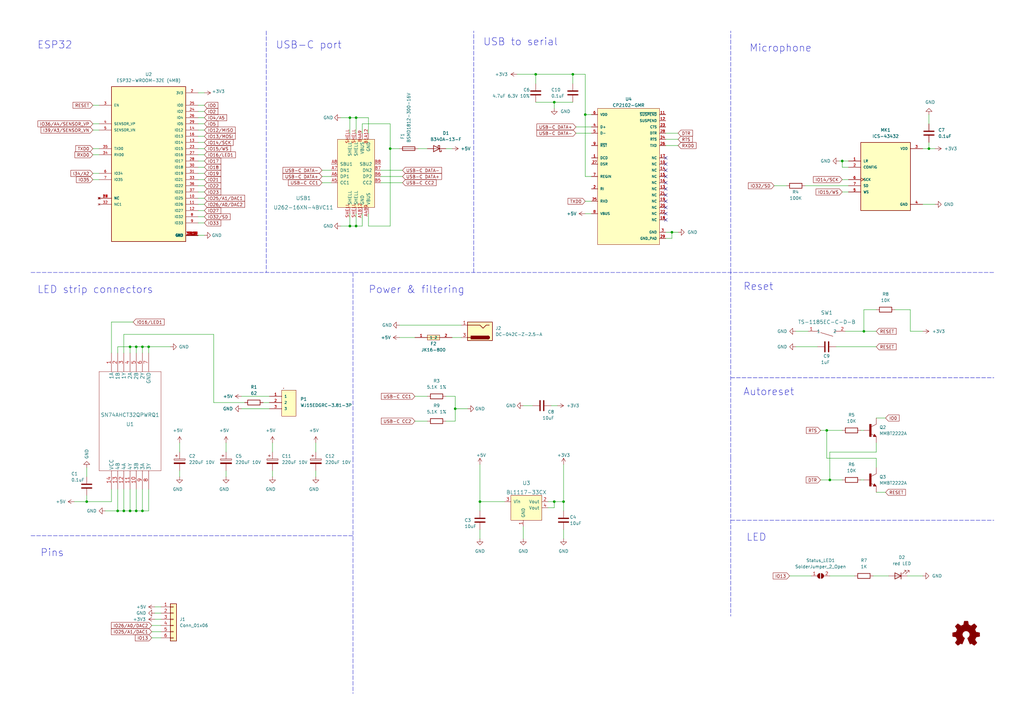
<source format=kicad_sch>
(kicad_sch (version 20211123) (generator eeschema)
  (paper "A3")
  (title_block (title "GlowCore Mini") (company "by glowingkitty"))
  (junction (at 160.02 60.96))
  (junction (at 227.33 41.91))
  (junction (at 53.34 142.24))
  (junction (at 60.96 142.24))
  (junction (at 55.88 142.24))
  (junction (at 345.44 66.04))
  (junction (at 35.56 205.74))
  (junction (at 340.36 196.85))
  (junction (at 227.33 205.74))
  (junction (at 146.05 92.71))
  (junction (at 58.42 209.55))
  (junction (at 231.14 205.74))
  (junction (at 339.09 176.53))
  (junction (at 53.34 209.55))
  (junction (at 143.51 48.26))
  (junction (at 354.33 135.89))
  (junction (at 219.71 30.48))
  (junction (at 143.51 92.71))
  (junction (at 50.8 209.55))
  (junction (at 196.85 205.74))
  (junction (at 48.26 209.55))
  (junction (at 234.95 30.48))
  (junction (at 146.05 48.26))
  (junction (at 275.59 95.25))
  (junction (at 58.42 142.24))
  (junction (at 381 60.96))
  (junction (at 55.88 209.55))
  (junction (at 186.69 167.64))
  (junction (at 240.03 46.99))
  (no_connect (at 273.05 64.77))
  (no_connect (at 273.05 67.31))
  (no_connect (at 273.05 74.93))
  (no_connect (at 273.05 69.85))
  (no_connect (at 273.05 72.39))
  (no_connect (at 273.05 85.09))
  (no_connect (at 273.05 77.47))
  (no_connect (at 273.05 87.63))
  (no_connect (at 273.05 82.55))
  (no_connect (at 273.05 80.01))
  (no_connect (at 273.05 90.17))
  (wire (pts (xy 38.1 60.96) (xy 40.64 60.96)))
  (wire (pts (xy 354.33 135.89) (xy 359.41 135.89)))
  (wire (pts (xy 340.36 196.85) (xy 345.44 196.85)))
  (wire (pts (xy 170.18 162.56) (xy 175.26 162.56)))
  (wire (pts (xy 48.26 144.78) (xy 48.26 142.24)))
  (wire (pts (xy 151.13 87.63) (xy 151.13 92.71)))
  (wire (pts (xy 347.98 68.58) (xy 345.44 68.58)))
  (wire (pts (xy 83.82 81.28) (xy 81.28 81.28)))
  (wire (pts (xy 381 60.96) (xy 383.54 60.96)))
  (polyline (pts (xy 144.78 111.76) (xy 144.78 187.96)))
  (wire (pts (xy 143.51 87.63) (xy 143.51 92.71)))
  (wire (pts (xy 48.26 200.66) (xy 48.26 209.55)))
  (wire (pts (xy 345.44 78.74) (xy 347.98 78.74)))
  (wire (pts (xy 378.46 60.96) (xy 381 60.96)))
  (wire (pts (xy 55.88 200.66) (xy 55.88 209.55)))
  (wire (pts (xy 53.34 142.24) (xy 53.34 144.78)))
  (wire (pts (xy 83.82 91.44) (xy 81.28 91.44)))
  (wire (pts (xy 63.5 248.92) (xy 66.04 248.92)))
  (wire (pts (xy 342.9 142.24) (xy 359.41 142.24)))
  (wire (pts (xy 60.96 209.55) (xy 58.42 209.55)))
  (polyline (pts (xy 194.31 111.76) (xy 194.31 12.7)))
  (wire (pts (xy 214.63 215.9) (xy 214.63 220.98)))
  (wire (pts (xy 151.13 92.71) (xy 160.02 92.71)))
  (wire (pts (xy 196.85 217.17) (xy 196.85 220.98)))
  (wire (pts (xy 73.66 181.61) (xy 73.66 185.42)))
  (wire (pts (xy 240.03 72.39) (xy 240.03 46.99)))
  (wire (pts (xy 353.06 196.85) (xy 354.33 196.85)))
  (wire (pts (xy 160.02 60.96) (xy 163.83 60.96)))
  (wire (pts (xy 339.09 176.53) (xy 345.44 176.53)))
  (wire (pts (xy 45.72 205.74) (xy 35.56 205.74)))
  (wire (pts (xy 83.82 60.96) (xy 81.28 60.96)))
  (wire (pts (xy 330.2 76.2) (xy 347.98 76.2)))
  (wire (pts (xy 148.59 50.8) (xy 160.02 50.8)))
  (wire (pts (xy 63.5 254) (xy 66.04 254)))
  (wire (pts (xy 359.41 181.61) (xy 359.41 185.42)))
  (wire (pts (xy 87.63 137.16) (xy 87.63 165.1)))
  (wire (pts (xy 146.05 87.63) (xy 146.05 92.71)))
  (wire (pts (xy 227.33 41.91) (xy 234.95 41.91)))
  (wire (pts (xy 196.85 205.74) (xy 207.01 205.74)))
  (wire (pts (xy 185.42 138.43) (xy 189.23 138.43)))
  (wire (pts (xy 160.02 50.8) (xy 160.02 60.96)))
  (wire (pts (xy 218.44 166.37) (xy 214.63 166.37)))
  (wire (pts (xy 129.54 181.61) (xy 129.54 185.42)))
  (wire (pts (xy 111.76 193.04) (xy 111.76 195.58)))
  (wire (pts (xy 83.82 50.8) (xy 81.28 50.8)))
  (wire (pts (xy 275.59 95.25) (xy 278.13 95.25)))
  (wire (pts (xy 156.21 74.93) (xy 165.1 74.93)))
  (wire (pts (xy 83.82 55.88) (xy 81.28 55.88)))
  (wire (pts (xy 182.88 162.56) (xy 186.69 162.56)))
  (wire (pts (xy 345.44 68.58) (xy 345.44 66.04)))
  (wire (pts (xy 139.7 48.26) (xy 143.51 48.26)))
  (wire (pts (xy 236.22 52.07) (xy 242.57 52.07)))
  (polyline (pts (xy 299.72 187.96) (xy 299.72 252.73)))
  (polyline (pts (xy 12.7 219.71) (xy 144.78 219.71)))
  (wire (pts (xy 240.03 46.99) (xy 242.57 46.99)))
  (wire (pts (xy 163.83 133.35) (xy 189.23 133.35)))
  (wire (pts (xy 35.56 191.77) (xy 35.56 195.58)))
  (wire (pts (xy 345.44 66.04) (xy 347.98 66.04)))
  (wire (pts (xy 273.05 57.15) (xy 278.13 57.15)))
  (wire (pts (xy 83.82 58.42) (xy 81.28 58.42)))
  (wire (pts (xy 58.42 142.24) (xy 58.42 144.78)))
  (wire (pts (xy 83.82 53.34) (xy 81.28 53.34)))
  (wire (pts (xy 83.82 86.36) (xy 81.28 86.36)))
  (wire (pts (xy 99.06 167.64) (xy 110.49 167.64)))
  (wire (pts (xy 148.59 87.63) (xy 148.59 92.71)))
  (wire (pts (xy 160.02 60.96) (xy 160.02 92.71)))
  (wire (pts (xy 83.82 43.18) (xy 81.28 43.18)))
  (polyline (pts (xy 299.72 187.96) (xy 299.72 111.76)))
  (wire (pts (xy 170.18 172.72) (xy 175.26 172.72)))
  (wire (pts (xy 340.36 236.22) (xy 350.52 236.22)))
  (wire (pts (xy 227.33 205.74) (xy 231.14 205.74)))
  (wire (pts (xy 53.34 209.55) (xy 50.8 209.55)))
  (wire (pts (xy 58.42 200.66) (xy 58.42 209.55)))
  (wire (pts (xy 219.71 30.48) (xy 234.95 30.48)))
  (wire (pts (xy 381 58.42) (xy 381 60.96)))
  (wire (pts (xy 38.1 63.5) (xy 40.64 63.5)))
  (wire (pts (xy 240.03 30.48) (xy 240.03 46.99)))
  (wire (pts (xy 227.33 41.91) (xy 227.33 44.45)))
  (wire (pts (xy 38.1 71.12) (xy 40.64 71.12)))
  (wire (pts (xy 354.33 127) (xy 354.33 135.89)))
  (wire (pts (xy 132.08 72.39) (xy 135.89 72.39)))
  (wire (pts (xy 273.05 95.25) (xy 275.59 95.25)))
  (wire (pts (xy 50.8 144.78) (xy 50.8 137.16)))
  (wire (pts (xy 129.54 193.04) (xy 129.54 195.58)))
  (wire (pts (xy 340.36 185.42) (xy 340.36 196.85)))
  (wire (pts (xy 219.71 30.48) (xy 219.71 34.29)))
  (wire (pts (xy 83.82 45.72) (xy 81.28 45.72)))
  (wire (pts (xy 219.71 41.91) (xy 227.33 41.91)))
  (polyline (pts (xy 12.7 111.76) (xy 407.67 111.76)))
  (wire (pts (xy 48.26 142.24) (xy 53.34 142.24)))
  (wire (pts (xy 340.36 185.42) (xy 359.41 185.42)))
  (wire (pts (xy 107.95 165.1) (xy 110.49 165.1)))
  (wire (pts (xy 111.76 181.61) (xy 111.76 185.42)))
  (wire (pts (xy 83.82 38.1) (xy 81.28 38.1)))
  (wire (pts (xy 135.89 74.93) (xy 132.08 74.93)))
  (wire (pts (xy 53.34 142.24) (xy 55.88 142.24)))
  (wire (pts (xy 186.69 167.64) (xy 186.69 172.72)))
  (wire (pts (xy 83.82 73.66) (xy 81.28 73.66)))
  (wire (pts (xy 273.05 97.79) (xy 275.59 97.79)))
  (wire (pts (xy 151.13 48.26) (xy 146.05 48.26)))
  (wire (pts (xy 132.08 69.85) (xy 135.89 69.85)))
  (wire (pts (xy 182.88 60.96) (xy 185.42 60.96)))
  (wire (pts (xy 45.72 132.08) (xy 45.72 144.78)))
  (wire (pts (xy 83.82 66.04) (xy 81.28 66.04)))
  (polyline (pts (xy 299.72 111.76) (xy 299.72 12.7)))
  (wire (pts (xy 182.88 172.72) (xy 186.69 172.72)))
  (wire (pts (xy 83.82 76.2) (xy 81.28 76.2)))
  (wire (pts (xy 234.95 30.48) (xy 240.03 30.48)))
  (wire (pts (xy 345.44 73.66) (xy 347.98 73.66)))
  (wire (pts (xy 92.71 193.04) (xy 92.71 195.58)))
  (wire (pts (xy 48.26 209.55) (xy 43.18 209.55)))
  (wire (pts (xy 171.45 60.96) (xy 175.26 60.96)))
  (wire (pts (xy 83.82 88.9) (xy 81.28 88.9)))
  (wire (pts (xy 62.23 261.62) (xy 66.04 261.62)))
  (wire (pts (xy 146.05 92.71) (xy 143.51 92.71)))
  (wire (pts (xy 63.5 251.46) (xy 66.04 251.46)))
  (wire (pts (xy 196.85 209.55) (xy 196.85 205.74)))
  (wire (pts (xy 83.82 68.58) (xy 81.28 68.58)))
  (wire (pts (xy 156.21 69.85) (xy 165.1 69.85)))
  (wire (pts (xy 363.22 171.45) (xy 359.41 171.45)))
  (wire (pts (xy 143.51 92.71) (xy 139.7 92.71)))
  (wire (pts (xy 381 46.99) (xy 381 50.8)))
  (wire (pts (xy 186.69 162.56) (xy 186.69 167.64)))
  (wire (pts (xy 323.85 236.22) (xy 332.74 236.22)))
  (wire (pts (xy 55.88 142.24) (xy 58.42 142.24)))
  (wire (pts (xy 224.79 205.74) (xy 227.33 205.74)))
  (wire (pts (xy 336.55 176.53) (xy 339.09 176.53)))
  (wire (pts (xy 378.46 83.82) (xy 383.54 83.82)))
  (wire (pts (xy 58.42 142.24) (xy 60.96 142.24)))
  (wire (pts (xy 373.38 135.89) (xy 378.46 135.89)))
  (wire (pts (xy 83.82 48.26) (xy 81.28 48.26)))
  (wire (pts (xy 367.03 127) (xy 373.38 127)))
  (wire (pts (xy 54.61 132.08) (xy 45.72 132.08)))
  (wire (pts (xy 163.83 138.43) (xy 170.18 138.43)))
  (wire (pts (xy 240.03 87.63) (xy 242.57 87.63)))
  (wire (pts (xy 60.96 200.66) (xy 60.96 209.55)))
  (wire (pts (xy 363.22 201.93) (xy 359.41 201.93)))
  (polyline (pts (xy 144.78 187.96) (xy 144.78 284.48)))
  (wire (pts (xy 83.82 63.5) (xy 81.28 63.5)))
  (wire (pts (xy 156.21 72.39) (xy 165.1 72.39)))
  (wire (pts (xy 359.41 191.77) (xy 359.41 187.96)))
  (wire (pts (xy 240.03 82.55) (xy 242.57 82.55)))
  (wire (pts (xy 55.88 209.55) (xy 53.34 209.55)))
  (wire (pts (xy 62.23 256.54) (xy 66.04 256.54)))
  (wire (pts (xy 231.14 205.74) (xy 231.14 209.55)))
  (wire (pts (xy 38.1 43.18) (xy 40.64 43.18)))
  (wire (pts (xy 236.22 54.61) (xy 242.57 54.61)))
  (polyline (pts (xy 299.72 154.94) (xy 407.67 154.94)))
  (wire (pts (xy 99.06 162.56) (xy 110.49 162.56)))
  (wire (pts (xy 62.23 259.08) (xy 66.04 259.08)))
  (wire (pts (xy 353.06 176.53) (xy 354.33 176.53)))
  (wire (pts (xy 50.8 200.66) (xy 50.8 209.55)))
  (wire (pts (xy 38.1 73.66) (xy 40.64 73.66)))
  (wire (pts (xy 87.63 165.1) (xy 100.33 165.1)))
  (wire (pts (xy 38.1 50.8) (xy 40.64 50.8)))
  (wire (pts (xy 196.85 190.5) (xy 196.85 205.74)))
  (wire (pts (xy 344.17 66.04) (xy 345.44 66.04)))
  (wire (pts (xy 83.82 96.52) (xy 81.28 96.52)))
  (wire (pts (xy 73.66 193.04) (xy 73.66 195.58)))
  (wire (pts (xy 336.55 196.85) (xy 340.36 196.85)))
  (wire (pts (xy 275.59 97.79) (xy 275.59 95.25)))
  (wire (pts (xy 358.14 236.22) (xy 364.49 236.22)))
  (wire (pts (xy 83.82 83.82) (xy 81.28 83.82)))
  (wire (pts (xy 58.42 209.55) (xy 55.88 209.55)))
  (wire (pts (xy 146.05 48.26) (xy 143.51 48.26)))
  (wire (pts (xy 45.72 200.66) (xy 45.72 205.74)))
  (wire (pts (xy 50.8 209.55) (xy 48.26 209.55)))
  (wire (pts (xy 38.1 53.34) (xy 40.64 53.34)))
  (wire (pts (xy 148.59 92.71) (xy 146.05 92.71)))
  (wire (pts (xy 35.56 203.2) (xy 35.56 205.74)))
  (wire (pts (xy 83.82 71.12) (xy 81.28 71.12)))
  (wire (pts (xy 228.6 166.37) (xy 226.06 166.37)))
  (wire (pts (xy 212.09 30.48) (xy 219.71 30.48)))
  (wire (pts (xy 227.33 208.28) (xy 227.33 205.74)))
  (wire (pts (xy 92.71 181.61) (xy 92.71 185.42)))
  (wire (pts (xy 373.38 127) (xy 373.38 135.89)))
  (wire (pts (xy 242.57 72.39) (xy 240.03 72.39)))
  (wire (pts (xy 148.59 54.61) (xy 148.59 50.8)))
  (wire (pts (xy 83.82 78.74) (xy 81.28 78.74)))
  (wire (pts (xy 143.51 48.26) (xy 143.51 54.61)))
  (wire (pts (xy 359.41 127) (xy 354.33 127)))
  (wire (pts (xy 231.14 217.17) (xy 231.14 220.98)))
  (wire (pts (xy 273.05 59.69) (xy 278.13 59.69)))
  (polyline (pts (xy 299.72 213.36) (xy 407.67 213.36)))
  (polyline (pts (xy 109.22 12.7) (xy 109.22 111.76)))
  (wire (pts (xy 69.85 142.24) (xy 60.96 142.24)))
  (wire (pts (xy 224.79 208.28) (xy 227.33 208.28)))
  (wire (pts (xy 339.09 187.96) (xy 339.09 176.53)))
  (wire (pts (xy 326.39 142.24) (xy 335.28 142.24)))
  (wire (pts (xy 60.96 142.24) (xy 60.96 144.78)))
  (wire (pts (xy 231.14 190.5) (xy 231.14 205.74)))
  (wire (pts (xy 55.88 144.78) (xy 55.88 142.24)))
  (wire (pts (xy 35.56 205.74) (xy 30.48 205.74)))
  (wire (pts (xy 273.05 54.61) (xy 278.13 54.61)))
  (wire (pts (xy 317.5 76.2) (xy 322.58 76.2)))
  (wire (pts (xy 186.69 167.64) (xy 191.77 167.64)))
  (wire (pts (xy 146.05 54.61) (xy 146.05 48.26)))
  (wire (pts (xy 50.8 137.16) (xy 87.63 137.16)))
  (wire (pts (xy 326.39 135.89) (xy 331.47 135.89)))
  (wire (pts (xy 372.11 236.22) (xy 378.46 236.22)))
  (wire (pts (xy 53.34 200.66) (xy 53.34 209.55)))
  (wire (pts (xy 234.95 30.48) (xy 234.95 34.29)))
  (wire (pts (xy 359.41 187.96) (xy 339.09 187.96)))
  (wire (pts (xy 151.13 54.61) (xy 151.13 48.26)))
  (wire (pts (xy 346.71 135.89) (xy 354.33 135.89)))
  (text "Microphone" (at 307.34 21.59 0) (effects (font (size 3 3)) (justify left bottom)))
  (text "ESP32" (at 15.24 20.32 0) (effects (font (size 3 3)) (justify left bottom)))
  (text "Power & filtering" (at 151.13 120.65 0) (effects (font (size 3 3)) (justify left bottom)))
  (text "Pins" (at 16.51 228.6 0) (effects (font (size 3 3)) (justify left bottom)))
  (text "LED" (at 306.07 222.25 0) (effects (font (size 3 3)) (justify left bottom)))
  (text "LED strip connectors" (at 15.24 120.6499 0) (effects (font (size 3 3)) (justify left bottom)))
  (text "Autoreset" (at 304.8 162.56 0) (effects (font (size 3 3)) (justify left bottom)))
  (text "Reset" (at 304.8 119.38 0) (effects (font (size 3 3)) (justify left bottom)))
  (text "USB-C port" (at 113.03 20.32 0) (effects (font (size 3 3)) (justify left bottom)))
  (text "USB to serial" (at 198.12 19.05 0) (effects (font (size 3 3)) (justify left bottom)))
  (global_label "USB-C CC1" (shape input) (at 132.08 74.93 180) (property "Intersheet References" "${INTERSHEET_REFS}" (effects hide)))
  (global_label "USB-C DATA-" (shape input) (at 236.22 54.61 180) (property "Intersheet References" "${INTERSHEET_REFS}" (effects hide)))
  (global_label "IO26{slash}A0{slash}DAC2" (shape input) (at 62.23 256.54 180) (property "Intersheet References" "${INTERSHEET_REFS}" (effects hide)))
  (global_label "IO21" (shape input) (at 83.82 73.66 0) (property "Intersheet References" "${INTERSHEET_REFS}" (effects hide)))
  (global_label "I34{slash}A2" (shape input) (at 38.1 71.12 180) (property "Intersheet References" "${INTERSHEET_REFS}" (effects hide)))
  (global_label "RESET" (shape input) (at 359.41 142.24 0) (property "Intersheet References" "${INTERSHEET_REFS}" (effects hide)))
  (global_label "IO15{slash}WS" (shape input) (at 345.44 78.74 180) (property "Intersheet References" "${INTERSHEET_REFS}" (effects hide)))
  (global_label "IO25{slash}A1{slash}DAC1" (shape input) (at 62.23 259.08 180) (property "Intersheet References" "${INTERSHEET_REFS}" (effects hide)))
  (global_label "IO27" (shape input) (at 83.82 86.36 0) (property "Intersheet References" "${INTERSHEET_REFS}" (effects hide)))
  (global_label "USB-C DATA+" (shape input) (at 165.1 72.39 0) (property "Intersheet References" "${INTERSHEET_REFS}" (effects hide)))
  (global_label "IO14{slash}SCK" (shape input) (at 83.82 58.42 0) (property "Intersheet References" "${INTERSHEET_REFS}" (effects hide)))
  (global_label "IO25{slash}A1{slash}DAC1" (shape input) (at 83.82 81.28 0) (property "Intersheet References" "${INTERSHEET_REFS}" (effects hide)))
  (global_label "IO35" (shape input) (at 38.1 73.66 180) (property "Intersheet References" "${INTERSHEET_REFS}" (effects hide)))
  (global_label "USB-C CC2" (shape input) (at 170.18 172.72 180) (property "Intersheet References" "${INTERSHEET_REFS}" (effects hide)))
  (global_label "IO22" (shape input) (at 83.82 76.2 0) (property "Intersheet References" "${INTERSHEET_REFS}" (effects hide)))
  (global_label "IO14{slash}SCK" (shape input) (at 345.44 73.66 180) (property "Intersheet References" "${INTERSHEET_REFS}" (effects hide)))
  (global_label "IO15{slash}WS" (shape input) (at 83.82 60.96 0) (property "Intersheet References" "${INTERSHEET_REFS}" (effects hide)))
  (global_label "RESET" (shape input) (at 359.41 135.89 0) (property "Intersheet References" "${INTERSHEET_REFS}" (effects hide)))
  (global_label "IO23" (shape input) (at 83.82 78.74 0) (property "Intersheet References" "${INTERSHEET_REFS}" (effects hide)))
  (global_label "IO0" (shape input) (at 83.82 43.18 0) (property "Intersheet References" "${INTERSHEET_REFS}" (effects hide)))
  (global_label "IO18" (shape input) (at 83.82 68.58 0) (property "Intersheet References" "${INTERSHEET_REFS}" (effects hide)))
  (global_label "IO16{slash}LED1" (shape input) (at 83.82 63.5 0) (property "Intersheet References" "${INTERSHEET_REFS}" (effects hide)))
  (global_label "USB-C CC2" (shape input) (at 165.1 74.93 0) (property "Intersheet References" "${INTERSHEET_REFS}" (effects hide)))
  (global_label "IO13" (shape input) (at 62.23 261.62 180) (property "Intersheet References" "${INTERSHEET_REFS}" (effects hide)))
  (global_label "IO12{slash}MISO" (shape input) (at 83.82 53.34 0) (property "Intersheet References" "${INTERSHEET_REFS}" (effects hide)))
  (global_label "DTR" (shape input) (at 278.13 54.61 0) (property "Intersheet References" "${INTERSHEET_REFS}" (effects hide)))
  (global_label "IO0" (shape input) (at 363.22 171.45 0) (property "Intersheet References" "${INTERSHEET_REFS}" (effects hide)))
  (global_label "USB-C DATA-" (shape input) (at 165.1 69.85 0) (property "Intersheet References" "${INTERSHEET_REFS}" (effects hide)))
  (global_label "DTR" (shape input) (at 336.55 196.85 180) (property "Intersheet References" "${INTERSHEET_REFS}" (effects hide)))
  (global_label "IO32{slash}SD" (shape input) (at 317.5 76.2 180) (property "Intersheet References" "${INTERSHEET_REFS}" (effects hide)))
  (global_label "RXD0" (shape input) (at 278.13 59.69 0) (property "Intersheet References" "${INTERSHEET_REFS}" (effects hide)))
  (global_label "IO13" (shape input) (at 323.85 236.22 180) (property "Intersheet References" "${INTERSHEET_REFS}" (effects hide)))
  (global_label "USB-C CC1" (shape input) (at 170.18 162.56 180) (property "Intersheet References" "${INTERSHEET_REFS}" (effects hide)))
  (global_label "IO2" (shape input) (at 83.82 45.72 0) (property "Intersheet References" "${INTERSHEET_REFS}" (effects hide)))
  (global_label "RESET" (shape input) (at 363.22 201.93 0) (property "Intersheet References" "${INTERSHEET_REFS}" (effects hide)))
  (global_label "IO4{slash}A5" (shape input) (at 83.82 48.26 0) (property "Intersheet References" "${INTERSHEET_REFS}" (effects hide)))
  (global_label "IO5" (shape input) (at 83.82 50.8 0) (property "Intersheet References" "${INTERSHEET_REFS}" (effects hide)))
  (global_label "IO26{slash}A0{slash}DAC2" (shape input) (at 83.82 83.82 0) (property "Intersheet References" "${INTERSHEET_REFS}" (effects hide)))
  (global_label "USB-C DATA-" (shape input) (at 132.08 69.85 180) (property "Intersheet References" "${INTERSHEET_REFS}" (effects hide)))
  (global_label "IO33" (shape input) (at 83.82 91.44 0) (property "Intersheet References" "${INTERSHEET_REFS}" (effects hide)))
  (global_label "I39{slash}A3{slash}SENSOR_VN" (shape input) (at 38.1 53.34 180) (property "Intersheet References" "${INTERSHEET_REFS}" (effects hide)))
  (global_label "IO32{slash}SD" (shape input) (at 83.82 88.9 0) (property "Intersheet References" "${INTERSHEET_REFS}" (effects hide)))
  (global_label "RTS" (shape input) (at 336.55 176.53 180) (property "Intersheet References" "${INTERSHEET_REFS}" (effects hide)))
  (global_label "IO19" (shape input) (at 83.82 71.12 0) (property "Intersheet References" "${INTERSHEET_REFS}" (effects hide)))
  (global_label "TXD0" (shape input) (at 240.03 82.55 180) (property "Intersheet References" "${INTERSHEET_REFS}" (effects hide)))
  (global_label "IO17" (shape input) (at 83.82 66.04 0) (property "Intersheet References" "${INTERSHEET_REFS}" (effects hide)))
  (global_label "RESET" (shape input) (at 38.1 43.18 180) (property "Intersheet References" "${INTERSHEET_REFS}" (effects hide)))
  (global_label "TXD0" (shape input) (at 38.1 60.96 180) (property "Intersheet References" "${INTERSHEET_REFS}" (effects hide)))
  (global_label "IO13{slash}MOSI" (shape input) (at 83.82 55.88 0) (property "Intersheet References" "${INTERSHEET_REFS}" (effects hide)))
  (global_label "IO16{slash}LED1" (shape input) (at 54.61 132.08 0) (property "Intersheet References" "${INTERSHEET_REFS}" (effects hide)))
  (global_label "IO36{slash}A4{slash}SENSOR_VP" (shape input) (at 38.1 50.8 180) (property "Intersheet References" "${INTERSHEET_REFS}" (effects hide)))
  (global_label "RXD0" (shape input) (at 38.1 63.5 180) (property "Intersheet References" "${INTERSHEET_REFS}" (effects hide)))
  (global_label "USB-C DATA+" (shape input) (at 132.08 72.39 180) (property "Intersheet References" "${INTERSHEET_REFS}" (effects hide)))
  (global_label "USB-C DATA+" (shape input) (at 236.22 52.07 180) (property "Intersheet References" "${INTERSHEET_REFS}" (effects hide)))
  (global_label "RTS" (shape input) (at 278.13 57.15 0) (property "Intersheet References" "${INTERSHEET_REFS}" (effects hide)))
  (symbol (lib_id "Graphic:Logo_Open_Hardware_Small") (at 396.24 260.35 0) (unit 1)
    (property "Reference" "#LOGO1" (effects hide))
    (property "Value" "Logo_Open_Hardware_Small" (effects hide))
    (property "Footprint" "Symbol:OSHW-Symbol_6.7x6mm_SilkScreen" (effects hide))
  )
  (symbol (lib_id "Device:red LED 0603") (at 368.3 236.22 180) (unit 1)
    (property "Reference" "D2" (at 369.8875 228.6 0))
    (property "Value" "red LED" (at 369.8875 231.14 0))
    (property "Footprint" "LED_SMD:LED_0603_1608Metric_Pad1.05x0.95mm_HandSolder" (effects hide))
    (property "Datasheet" "https://datasheet.lcsc.com/lcsc/1811101510_Everlight-Elec-19-217-R6C-AL1M2VY-3T_C72044.pdf" (effects hide))
    (property "Manufacturer" " Everlight Elec" (effects hide))
    (property "Mfr. Part #" "19-217/R6C-AL1M2VY/3T" (effects hide))
    (property "Package" "0603" (effects hide))
    (property "Description" "5mA 28.5mcd 2.2V 632nm Colorless transparence -40℃~+85℃ 617.5nm~633.5nm Red 120° 60mW 0603 Light Emitting Diodes (LED) ROHS" (effects hide))
    (property "50+" "€0.0166" (effects hide))
    (property "500+" "€0.0141" (effects hide))
    (property "LCSC link" "https://lcsc.com/product-detail/Light-Emitting-Diodes-LED_Everlight-Elec-19-217-R6C-AL1M2VY-3T_C72044.html" (effects hide))
    (property "LCSC Part #" "C72044" (effects hide))
  )
  (symbol (lib_id "Device:0.1uF_0603") (at 35.56 199.39 0) (unit 1)
    (property "Reference" "C1" (at 29.21 194.31 0) (effects (justify left)))
    (property "Value" "0.1uF" (at 29.21 196.85 0) (effects (justify left)))
    (property "Footprint" "Capacitor_SMD:C_0603_1608Metric_Pad1.08x0.95mm_HandSolder" (effects hide))
    (property "Datasheet" "https://datasheet.lcsc.com/lcsc/2006111737_AVX-06035C104K4Z2A_C597194.pdf" (effects hide))
    (property "Manufacturer" " AVX" (effects hide))
    (property "Mfr. Part # " "06035C104K4Z2A" (effects hide))
    (property "LCSC Part #" "C597194" (effects hide))
    (property "Package" "0603" (effects hide))
    (property "Description" "50V 100nF X7R ±10% 0603 Multilayer Ceramic Capacitors MLCC - SMD/SMT ROHS" (effects hide))
    (property "50+" "€0.0171" (effects hide))
    (property "500+" "€0.0141" (effects hide))
    (property "1500+" "€0.0119" (effects hide))
    (property "LCSC link" "https://lcsc.com/product-detail/Multilayer-Ceramic-Capacitors-MLCC-SMD-SMT_AVX-06035C104K4Z2A_C597194.html" (effects hide))
  )
  (symbol (lib_id "MMBT2222A:MMBT2222A") (at 356.87 196.85 0) (unit 1)
    (property "Reference" "Q3" (at 360.68 195.5799 0) (effects (justify left)))
    (property "Value" "MMBT2222A" (at 360.68 198.1199 0) (effects (justify left)))
    (property "Footprint" "Package_TO_SOT_SMD:SOT-23" (effects hide))
    (property "Datasheet" "https://datasheet.lcsc.com/lcsc/2110111830_UMW-Youtai-Semiconductor-Co---Ltd--MMBT2222A_C545537.pdf" (effects hide))
    (property "Manufacturer" " UMW(Youtai Semiconductor Co., Ltd.)" (effects hide))
    (property "Mfr. Part #" "MMBT2222A" (effects hide))
    (property "Package" "SOT-23-3" (effects hide))
    (property "Description" "40V 300mW 600mA 300MHz 1V@500mA,50mA NPN +150℃@(Tj) SOT-23-3 Bipolar Transistors - BJT ROHS" (effects hide))
    (property "20+" "€0.0207" (effects hide))
    (property "200+" "€0.017" (effects hide))
    (property "600+" "€0.0144" (effects hide))
    (property "LCSC link" "https://lcsc.com/product-detail/Bipolar-Transistors-BJT_UMW-Youtai-Semiconductor-Co-Ltd-MMBT2222A_C545537.html" (effects hide))
    (property "LCSC Part #" "C545537" (effects hide))
  )
  (symbol (lib_id "power:+5V") (at 185.42 60.96 270) (unit 1)
    (property "Reference" "#PWR0120" (effects hide))
    (property "Value" "+5V" (at 193.04 60.96 90) (effects (justify right)))
  )
  (symbol (lib_id "JK16-800:JK16-800") (at 152.4 138.43 0) (unit 1)
    (property "Reference" "F2" (at 177.8 140.97 0))
    (property "Value" "JK16-800" (at 177.8 143.51 0))
    (property "Footprint" "JK16-800:JK16-800" (effects hide))
    (property "Datasheet" "https://datasheet.lcsc.com/lcsc/1912111437_Jinrui-Electronic-Materials-Co--JK16-800_C369120.pdf" (effects hide))
  )
  (symbol (lib_id "power:GND") (at 278.13 95.25 90) (unit 1)
    (property "Reference" "#PWR0114" (effects hide))
    (property "Value" "GND" (at 281.94 95.25 90) (effects (justify right)))
  )
  (symbol (lib_id "power:GND") (at 99.06 167.64 270) (mirror x) (unit 1)
    (property "Reference" "#PWR0111" (effects hide))
    (property "Value" "GND" (at 91.44 167.64 90) (effects (justify left)))
  )
  (symbol (lib_id "power:GND") (at 326.39 135.89 270) (mirror x) (unit 1)
    (property "Reference" "#PWR0131" (effects hide))
    (property "Value" "GND" (at 318.77 135.89 90) (effects (justify left)))
  )
  (symbol (lib_id "power:+3.3V") (at 378.46 135.89 270) (unit 1)
    (property "Reference" "#PWR0133" (effects hide))
    (property "Value" "+3.3V" (at 382.27 135.8899 90) (effects (justify left)))
  )
  (symbol (lib_id "power:+3.3V") (at 212.09 30.48 90) (unit 1)
    (property "Reference" "#PWR0101" (effects hide))
    (property "Value" "+3.3V" (at 208.28 30.4801 90) (effects (justify left)))
  )
  (symbol (lib_id "power:GND") (at 73.66 195.58 0) (mirror y) (unit 1)
    (property "Reference" "#PWR0112" (effects hide))
    (property "Value" "GND" (at 74.93 200.66 0) (effects (justify left)))
  )
  (symbol (lib_id "power:+5V") (at 163.83 138.43 90) (unit 1)
    (property "Reference" "#PWR0123" (effects hide))
    (property "Value" "+5V" (at 156.21 138.43 90) (effects (justify right)))
  )
  (symbol (lib_id "CP2102-GMR:CP2102-GMR") (at 240.03 46.99 0) (unit 1)
    (property "Reference" "U4" (at 257.81 40.64 0))
    (property "Value" "CP2102-GMR" (at 257.81 43.18 0))
    (property "Footprint" "CP2102-GMR:CP2102-GMR" (effects hide))
    (property "Datasheet" "http://www.silabs.com/Support%20Documents/TechnicalDocs/CP2102-9.pdf" (effects hide))
    (property "category" "IC" (effects hide))
    (property "digikey description" "USB Bridge, USB to UART USB 2.0 UART Interface 28-QFN (5x5)" (effects hide))
    (property "digikey part number" "336-1160-1-ND" (effects hide))
    (property "ipc land pattern name" "QFN50P500X500X90-28" (effects hide))
    (property "lead free" "yes" (effects hide))
    (property "library id" "244ffd22015a3661" (effects hide))
    (property "manufacturer" "Silicon Laboratories" (effects hide))
    (property "mouser part number" "634-CP2102-GMR" (effects hide))
    (property "num pins" "29" (effects hide))
    (property "package" "QFN-28" (effects hide))
    (property "rohs" "yes" (effects hide))
    (property "temperature range high" "+85°C" (effects hide))
    (property "temperature range low" "-40°C" (effects hide))
    (property "type" "IC " (effects hide))
  )
  (symbol (lib_id "power:GND") (at 35.56 191.77 0) (mirror x) (unit 1)
    (property "Reference" "#PWR0107" (effects hide))
    (property "Value" "GND" (at 35.56 184.15 90) (effects (justify left)))
  )
  (symbol (lib_id "Device:Fuse") (at 167.64 60.96 90) (unit 1)
    (property "Reference" "F1" (at 165.1 55.88 0))
    (property "Value" "BSMD1812-300-16V" (at 167.64 48.26 0))
    (property "Footprint" "Fuse:Fuse_1812_4532Metric_Pad1.30x3.40mm_HandSolder" (effects hide))
  )
  (symbol (lib_id "power:+3.3V") (at 383.54 60.96 270) (unit 1)
    (property "Reference" "#PWR0128" (effects hide))
    (property "Value" "+3.3V" (at 389.89 60.96 90))
  )
  (symbol (lib_id "power:GND") (at 378.46 236.22 90) (unit 1)
    (property "Reference" "#PWR0132" (effects hide))
    (property "Value" "GND" (at 382.27 236.2199 90) (effects (justify right)))
  )
  (symbol (lib_id "power:GND") (at 231.14 220.98 0) (unit 1)
    (property "Reference" "#PWR0118" (effects hide))
    (property "Value" "GND" (at 231.14 226.06 0))
  )
  (symbol (lib_id "Device:220uF 10V 6.3x5.4mm") (at 111.76 189.23 0) (unit 1)
    (property "Reference" "C11" (at 115.57 187.0709 0) (effects (justify left)))
    (property "Value" "220uF 10V" (at 115.57 189.6109 0) (effects (justify left)))
    (property "Footprint" "Capacitor_SMD:CP_Elec_6.3x5.4" (effects hide))
    (property "Datasheet" "https://datasheet.lcsc.com/lcsc/2010160533_ROQANG-RT1A221M0605_C267466.pdf" (effects hide))
    (property "Manufacturer" "ROQANG" (effects hide))
    (property "Mfr. Part #" "RT1A221M0605" (effects hide))
    (property "LCSC Part #" "C267466" (effects hide))
    (property "Package" " SMD,6.3x5.4mm" (effects hide))
    (property "Description" " -40℃~+105℃ 2000hrs@105℃ 220uF 5.4mm 10V 6.3mm ±20% SMD,6.3x5.4mm Aluminum Electrolytic Capacitors - SMD ROHS" (effects hide))
    (property "10+" "€0.0408" (effects hide))
    (property "100+" "€0.0342" (effects hide))
    (property "300+" "€0.0293" (effects hide))
    (property "LCSC link" "https://lcsc.com/product-detail/Aluminum-Electrolytic-Capacitors-SMD_ROQANG-RT1A221M0605_C267466.html" (effects hide))
    (property "20+" "€0.0346" (effects hide))
    (property "200+" "€0.0283" (effects hide))
  )
  (symbol (lib_id "Device:220uF 10V 6.3x5.4mm") (at 129.54 189.23 0) (unit 1)
    (property "Reference" "C12" (at 133.35 187.0709 0) (effects (justify left)))
    (property "Value" "220uF 10V" (at 133.35 189.6109 0) (effects (justify left)))
    (property "Footprint" "Capacitor_SMD:CP_Elec_6.3x5.4" (effects hide))
    (property "Datasheet" "https://datasheet.lcsc.com/lcsc/2010160533_ROQANG-RT1A221M0605_C267466.pdf" (effects hide))
    (property "Manufacturer" "ROQANG" (effects hide))
    (property "Mfr. Part #" "RT1A221M0605" (effects hide))
    (property "LCSC Part #" "C267466" (effects hide))
    (property "Package" " SMD,6.3x5.4mm" (effects hide))
    (property "Description" " -40℃~+105℃ 2000hrs@105℃ 220uF 5.4mm 10V 6.3mm ±20% SMD,6.3x5.4mm Aluminum Electrolytic Capacitors - SMD ROHS" (effects hide))
    (property "10+" "€0.0408" (effects hide))
    (property "100+" "€0.0342" (effects hide))
    (property "300+" "€0.0293" (effects hide))
    (property "LCSC link" "https://lcsc.com/product-detail/Aluminum-Electrolytic-Capacitors-SMD_ROQANG-RT1A221M0605_C267466.html" (effects hide))
    (property "20+" "€0.0346" (effects hide))
    (property "200+" "€0.0283" (effects hide))
  )
  (symbol (lib_id "power:+5V") (at 99.06 162.56 90) (unit 1)
    (property "Reference" "#PWR0110" (effects hide))
    (property "Value" "+5V" (at 91.44 162.56 90) (effects (justify right)))
  )
  (symbol (lib_id "power:GND") (at 196.85 220.98 0) (unit 1)
    (property "Reference" "#PWR0119" (effects hide))
    (property "Value" "GND" (at 196.85 226.06 0))
  )
  (symbol (lib_id "power:+5V") (at 30.48 205.74 90) (unit 1)
    (property "Reference" "#PWR0108" (effects hide))
    (property "Value" "+5V" (at 22.86 205.74 90) (effects (justify right)))
  )
  (symbol (lib_id "WJ15EDGRC:WJ15EDGRC-3.81-3P") (at 90.17 160.02 0) (unit 1)
    (property "Reference" "P1" (at 123.19 163.6902 0) (effects (justify left)))
    (property "Value" "WJ15EDGRC-3.81-3P" (at 123.19 166.2302 0) (effects (justify left)))
    (property "Footprint" "WJ15EDGRC:WJ15EDGRC-3.81-3P" (effects hide))
    (property "Datasheet" "https://datasheet.lcsc.com/lcsc/1912251633_Ningbo-Kangnex-Elec-WJ15EDGRC-3-81-3P_C8406.pdf" (effects hide))
  )
  (symbol (lib_id "power:GND") (at 139.7 48.26 270) (unit 1)
    (property "Reference" "#PWR0138" (effects hide))
    (property "Value" "GND" (at 134.62 48.26 90))
  )
  (symbol (lib_id "Device:10uF 0603") (at 231.14 213.36 180) (unit 1)
    (property "Reference" "C4" (at 233.68 212.09 0) (effects (justify right)))
    (property "Value" "10uF" (at 233.68 214.63 0) (effects (justify right)))
    (property "Footprint" "Capacitor_SMD:C_0603_1608Metric_Pad1.08x0.95mm_HandSolder" (effects hide))
    (property "Datasheet" "https://datasheet.lcsc.com/lcsc/2010151208_SANYEAR-C0603X5R106K250NT_C729457.pdf" (effects hide))
    (property "Manufacturer" "SANYEAR" (effects hide))
    (property "LCSC Part #" "C729457" (effects hide))
    (property "Package" "0603" (effects hide))
    (property "Description" "25V 10uF ±10% 0603 Multilayer Ceramic Capacitors MLCC - SMD/SMT ROHS" (effects hide))
    (property "20+" "€0.0301" (effects hide))
    (property "200+" "€0.0246" (effects hide))
    (property "600+" "€0.0208" (effects hide))
    (property "LCSC link" "https://lcsc.com/product-detail/Multilayer-Ceramic-Capacitors-MLCC-SMD-SMT_SANYEAR-C0603X5R106K250NT_C729457.html" (effects hide))
    (property "Mfr. Part #" "C0603X5R106K250NT" (effects hide))
    (property "10+" "€0.0665" (effects hide))
    (property "100+" "€0.0537" (effects hide))
    (property "300+" "€0.0445" (effects hide))
  )
  (symbol (lib_id "Device:1K_0603") (at 354.33 236.22 90) (unit 1)
    (property "Reference" "R7" (at 354.33 229.87 90))
    (property "Value" "1K" (at 354.33 232.41 90))
    (property "Footprint" "Resistor_SMD:R_0603_1608Metric_Pad0.98x0.95mm_HandSolder" (effects hide))
    (property "Datasheet" "https://datasheet.lcsc.com/lcsc/1811011704_FH-Guangdong-Fenghua-Advanced-Tech-RS-03K1001FT_C115325.pdf" (effects hide))
    (property "Manufacturer" "FH(Guangdong Fenghua Advanced Tech)" (effects hide))
    (property "Mfr. Part #" "RS-03K1001FT" (effects hide))
    (property "LCSC Part #" "C115325" (effects hide))
    (property "Package" "0603" (effects hide))
    (property "Description" " ±1% 100mW 50V ±100ppm/℃ -55℃~+155℃ 1kΩ 0603 Chip Resistor - Surface Mount ROHS" (effects hide))
    (property "100+" "€0.0012" (effects hide))
    (property "1000+" "€0.001" (effects hide))
    (property "LCSC link" "https://lcsc.com/product-detail/Chip-Resistor-Surface-Mount_FH-Guangdong-Fenghua-Advanced-Tech-RS-03K1001FT_C115325.html" (effects hide))
  )
  (symbol (lib_id "power:+3.3V") (at 228.6 166.37 270) (unit 1)
    (property "Reference" "#PWR0124" (effects hide))
    (property "Value" "+3.3V" (at 234.95 166.37 90))
  )
  (symbol (lib_id "power:GND") (at 139.7 92.71 270) (unit 1)
    (property "Reference" "#PWR0103" (effects hide))
    (property "Value" "GND" (at 134.62 92.71 90))
  )
  (symbol (lib_id "power:+3.3V") (at 83.82 38.1 270) (unit 1)
    (property "Reference" "#PWR0104" (effects hide))
    (property "Value" "+3.3V" (at 89.535 37.465 90))
  )
  (symbol (lib_id "Device:100K 0603") (at 326.39 76.2 90) (unit 1)
    (property "Reference" "R4" (at 327.66 78.74 90) (effects (justify left)))
    (property "Value" "100K" (at 328.93 81.28 90) (effects (justify left)))
    (property "Footprint" "Resistor_SMD:R_0603_1608Metric_Pad0.98x0.95mm_HandSolder" (effects hide))
    (property "Datasheet" "https://datasheet.lcsc.com/lcsc/2110260030_UNI-ROYAL-Uniroyal-Elec-0603WAF1003T5E_C25803.pdf" (effects hide))
    (property "Manufacturer" "UNI-ROYAL(Uniroyal Elec)" (effects hide))
    (property "Mfr. Part #" "0603WAF1003T5E" (effects hide))
    (property "LCSC Part #" "C25803" (effects hide))
    (property "Package" "0603" (effects hide))
    (property "Description" "±1% 1/10W Thick Film Resistors 75V ±100ppm/℃ -55℃~+155℃ 100kΩ 0603 Chip Resistor - Surface Mount ROHS" (effects hide))
    (property "LCSC link" "https://lcsc.com/product-detail/Chip-Resistor-Surface-Mount_UNI-ROYAL-Uniroyal-Elec-0603WAF1003T5E_C25803.html" (effects hide))
    (property "100+" "€0.0011" (effects hide))
    (property "1000+" "€0.001" (effects hide))
  )
  (symbol (lib_id "BL1117-33CX:BL1117-33CX") (at 215.9 210.82 0) (unit 1)
    (property "Reference" "U3" (at 215.9 198.12 0) (effects (font (size 1.524 1.524))))
    (property "Value" "BL1117-33CX" (at 215.9 201.93 0) (effects (font (size 1.524 1.524))))
    (property "Footprint" "Package_TO_SOT_SMD:SOT-223" (effects hide))
    (property "Datasheet" "https://datasheet.lcsc.com/lcsc/1811021608_BL-Shanghai-Belling-BL1117-33CX_C5400.pdf" (effects hide))
    (property "Manufacturer" " BL(Shanghai Belling)" (effects hide))
    (property "Mfr. Part #" "BL1117-33CX" (effects hide))
    (property "LCSC Part #" "C5400" (effects hide))
    (property "Package" "SOT-223" (effects hide))
    (property "Description" "1A 60dB@(120Hz) 1.5V@(1A) Fixed 3.3V~3.3V Positive 1 12V SOT-223 Linear Voltage Regulators (LDO) ROHS" (effects hide))
    (property "5+" "€0.1031" (effects hide))
    (property "50+" "€0.085" (effects hide))
    (property "150+" "€0.0719" (effects hide))
    (property "LCSC link" "https://lcsc.com/product-detail/Linear-Voltage-Regulators-LDO_BL-Shanghai-Belling-BL1117-33CX_C5400.html" (effects hide))
  )
  (symbol (lib_id "power:+5V") (at 111.76 181.61 0) (unit 1)
    (property "Reference" "#PWR0140" (effects hide))
    (property "Value" "+5V" (at 113.03 176.53 0) (effects (justify right)))
  )
  (symbol (lib_id "Connector_Generic:Conn_01x06") (at 71.12 254 0) (unit 1)
    (property "Reference" "J1" (at 73.66 253.9999 0) (effects (justify left)))
    (property "Value" "Conn_01x06" (at 73.66 256.5399 0) (effects (justify left)))
    (property "Footprint" "Connector_PinSocket_2.54mm:PinSocket_1x06_P2.54mm_Vertical" (effects hide))
  )
  (symbol (lib_id "power:GND") (at 129.54 195.58 0) (mirror y) (unit 1)
    (property "Reference" "#PWR0144" (effects hide))
    (property "Value" "GND" (at 130.81 200.66 0) (effects (justify left)))
  )
  (symbol (lib_id "TS-1185EC-C-D-B:TS-1185EC-C-D-B") (at 339.09 135.89 0) (unit 1)
    (property "Reference" "SW1" (at 339.09 128.27 0) (effects (font (size 1.524 1.524))))
    (property "Value" "TS-1185EC-C-D-B" (at 339.09 132.08 0) (effects (font (size 1.524 1.524))))
    (property "Footprint" "TS-1185EC-C-D-B:TS-1185EC-C-D-B" (effects hide))
    (property "Datasheet" "https://datasheet.lcsc.com/lcsc/2110151630_XKB-Connectivity-TS-1185EC-C-D-B_C318893.pdf" (effects hide))
    (property "Manufacturer" " XKB Connectivity" (effects hide))
    (property "Mfr. Part #" "TS-1185EC-C-D-B" (effects hide))
    (property "Package" "SMD" (effects hide))
    (property "Description" "No NO 50mA 3.65mm 100mΩ 100000 260gf 12V -30℃~+85℃ 3mm 2mm Black Round Button Brick nogging SPST SMD Tactile Switches ROHS" (effects hide))
    (property "10+" "€ 0.0273" (effects hide))
    (property "100+" "€ 0.0222" (effects hide))
    (property "LCSC Part #" "C318893" (effects hide))
  )
  (symbol (lib_id "Device:5.1K 1% 0603") (at 179.07 162.56 270) (unit 1)
    (property "Reference" "R3" (at 179.07 156.21 90))
    (property "Value" "5.1K 1%" (at 179.07 158.75 90))
    (property "Footprint" "Resistor_SMD:R_0603_1608Metric_Pad0.98x0.95mm_HandSolder" (effects hide))
    (property "Datasheet" "https://datasheet.lcsc.com/lcsc/1912111437_Resistor-Today-HPCR0603F5K10K9_C365193.pdf" (effects hide))
    (property "Manufacturer" " Resistor.Today" (effects hide))
    (property "Mfr. Part #" "HPCR0603F5K10K9" (effects hide))
    (property "LCSC Part #" "C365193" (effects hide))
    (property "Package" "0603" (effects hide))
    (property "Description" " ±1% 200mW Thick Film Resistors 50V ±100ppm/℃ -55℃~+125℃ 5.1kΩ 0603 Chip Resistor - Surface Mount ROHS" (effects hide))
    (property "50+" "€ 0.0090" (effects hide))
    (property "500+" "€ 0.0075" (effects hide))
    (property "LCSC link" "https://lcsc.com/product-detail/Chip-Resistor-Surface-Mount_Resistor-Today-HPCR0603F5K10K9_C365193.html" (effects hide))
  )
  (symbol (lib_id "power:GND") (at 227.33 44.45 0) (unit 1)
    (property "Reference" "#PWR0102" (effects hide))
    (property "Value" "GND" (at 229.87 45.7199 0) (effects (justify left)))
  )
  (symbol (lib_id "power:+3.3V") (at 231.14 190.5 0) (unit 1)
    (property "Reference" "#PWR0115" (effects hide))
    (property "Value" "+3.3V" (at 231.14 186.69 0))
  )
  (symbol (lib_id "Device:0.1uF 0603") (at 381 54.61 0) (unit 1)
    (property "Reference" "C7" (at 384.81 53.3399 0) (effects (justify left)))
    (property "Value" "0.1uF" (at 384.81 55.8799 0) (effects (justify left)))
    (property "Footprint" "Capacitor_SMD:C_0603_1608Metric_Pad1.08x0.95mm_HandSolder" (effects hide))
    (property "Datasheet" "https://datasheet.lcsc.com/lcsc/2006111737_AVX-06035C104K4Z2A_C597194.pdf" (effects hide))
    (property "Manufacturer" " AVX" (effects hide))
    (property "LCSC Part #" "C597194" (effects hide))
    (property "Package" "0603" (effects hide))
    (property "Description" "50V 100nF X7R ±10% 0603 Multilayer Ceramic Capacitors MLCC - SMD/SMT ROHS" (effects hide))
    (property "50+" "€0.0171" (effects hide))
    (property "500+" "€0.0141" (effects hide))
    (property "1500+" "€0.0119" (effects hide))
    (property "LCSC link" "https://lcsc.com/product-detail/Multilayer-Ceramic-Capacitors-MLCC-SMD-SMT_AVX-06035C104K4Z2A_C597194.html" (effects hide))
    (property "Mfr. Part #" "06035C104K4Z2A" (effects hide))
  )
  (symbol (lib_id "power:GND") (at 326.39 142.24 270) (mirror x) (unit 1)
    (property "Reference" "#PWR0130" (effects hide))
    (property "Value" "GND" (at 318.77 142.24 90) (effects (justify left)))
  )
  (symbol (lib_id "power:GND") (at 214.63 220.98 0) (unit 1)
    (property "Reference" "#PWR0121" (effects hide))
    (property "Value" "GND" (at 214.63 226.06 0))
  )
  (symbol (lib_id "power:GND") (at 163.83 133.35 270) (unit 1)
    (property "Reference" "#PWR0126" (effects hide))
    (property "Value" "GND" (at 158.75 133.35 90))
  )
  (symbol (lib_id "power:GND") (at 92.71 195.58 0) (mirror y) (unit 1)
    (property "Reference" "#PWR0141" (effects hide))
    (property "Value" "GND" (at 93.98 200.66 0) (effects (justify left)))
  )
  (symbol (lib_id "power:+3.3V") (at 63.5 254 90) (unit 1)
    (property "Reference" "#PWR0135" (effects hide))
    (property "Value" "+3.3V" (at 57.15 254 90))
  )
  (symbol (lib_id "Connector:DC-042C-Z-2.5-A") (at 196.85 135.89 180) (unit 1)
    (property "Reference" "J2" (at 203.2 134.6199 0) (effects (justify right)))
    (property "Value" "DC-042C-Z-2.5-A" (at 203.2 137.1599 0) (effects (justify right)))
    (property "Footprint" "DC-042C-Z-2:DC-IN-TH_DC-042C-Z-2.5-A" (effects hide))
    (property "Datasheet" "https://datasheet.lcsc.com/lcsc/2110111530_XKB-Connectivity-DC-042C-Z-2-5-A_C706901.pdf" (effects hide))
    (property "Manufacturer" " XKB Connectivity" (effects hide))
    (property "Mfr. Part # " "DC-042C-Z-2.5-A" (effects hide))
    (property "LCSC Part #" "C706901" (effects hide))
    (property "Package" "Plugin" (effects hide))
    (property "Description" "Shrouded DC Power Receptacle 2.5mm 6mm 10A 20V Plugin AC/DC Power Connectors ROHS" (effects hide))
    (property "1+" "€0.7782" (effects hide))
    (property "10+" "€0.638" (effects hide))
    (property "30+" "€0.5358" (effects hide))
  )
  (symbol (lib_id "Device:10uF 0603") (at 222.25 166.37 270) (unit 1)
    (property "Reference" "C8" (at 227.33 168.91 90) (effects (justify right)))
    (property "Value" "10uF" (at 227.33 171.45 90) (effects (justify right)))
    (property "Footprint" "Capacitor_SMD:C_0603_1608Metric_Pad1.08x0.95mm_HandSolder" (effects hide))
    (property "Datasheet" "https://datasheet.lcsc.com/lcsc/2010151208_SANYEAR-C0603X5R106K250NT_C729457.pdf" (effects hide))
    (property "Manufacturer" "SANYEAR" (effects hide))
    (property "LCSC Part #" "C729457" (effects hide))
    (property "Package" "0603" (effects hide))
    (property "Description" "25V 10uF ±10% 0603 Multilayer Ceramic Capacitors MLCC - SMD/SMT ROHS" (effects hide))
    (property "20+" "€0.0301" (effects hide))
    (property "200+" "€0.0246" (effects hide))
    (property "600+" "€0.0208" (effects hide))
    (property "LCSC link" "https://lcsc.com/product-detail/Multilayer-Ceramic-Capacitors-MLCC-SMD-SMT_SANYEAR-C0603X5R106K250NT_C729457.html" (effects hide))
    (property "Mfr. Part #" "C0603X5R106K250NT" (effects hide))
    (property "10+" "€0.0665" (effects hide))
    (property "100+" "€0.0537" (effects hide))
    (property "300+" "€0.0445" (effects hide))
  )
  (symbol (lib_id "power:+5V") (at 196.85 190.5 0) (unit 1)
    (property "Reference" "#PWR0122" (effects hide))
    (property "Value" "+5V" (at 199.39 186.69 0) (effects (justify right)))
  )
  (symbol (lib_id "Device:1uF 0603") (at 339.09 142.24 90) (unit 1)
    (property "Reference" "C9" (at 340.36 146.05 90) (effects (justify left)))
    (property "Value" "1uF" (at 340.36 148.59 90) (effects (justify left)))
    (property "Footprint" "Capacitor_SMD:C_0603_1608Metric_Pad1.08x0.95mm_HandSolder" (effects hide))
    (property "Datasheet" "https://datasheet.lcsc.com/lcsc/1810191221_Samsung-Electro-Mechanics-CL10A105KA8NNNC_C5673.pdf" (effects hide))
    (property "Manufacturer" "Samsung Electro-Mechanics" (effects hide))
    (property "Mfr. Part # " "CL10A105KA8NNNC" (effects hide))
    (property "LCSC Part #" "C5673" (effects hide))
    (property "Package" "0603" (effects hide))
    (property "Description" "25V 1uF X5R ±10% 0603 Multilayer Ceramic Capacitors MLCC - SMD/SMT ROHS" (effects hide))
    (property "50+" "€0.0037" (effects hide))
    (property "500+" "€0.0031" (effects hide))
    (property "1500+" "€0.0027" (effects hide))
    (property "LCSC link" "https://lcsc.com/product-detail/Multilayer-Ceramic-Capacitors-MLCC-SMD-SMT_Samsung-Electro-Mechanics-CL10A105KA8NNNC_C5673.html" (effects hide))
  )
  (symbol (lib_id "power:GND") (at 43.18 209.55 270) (mirror x) (unit 1)
    (property "Reference" "#PWR0109" (effects hide))
    (property "Value" "GND" (at 35.56 209.55 90) (effects (justify left)))
  )
  (symbol (lib_id "Device:62 0603") (at 104.14 165.1 90) (unit 1)
    (property "Reference" "R1" (at 104.14 158.75 90))
    (property "Value" "62" (at 104.14 161.29 90))
    (property "Footprint" "Resistor_SMD:R_0603_1608Metric_Pad0.98x0.95mm_HandSolder" (effects hide))
    (property "Datasheet" "https://datasheet.lcsc.com/lcsc/1810161316_HKR-Hong-Kong-Resistors-RCT0362RJLF_C177352.pdf" (effects hide))
    (property "Manufacturer" " HKR(Hong Kong Resistors)" (effects hide))
    (property "Mfr. Part #" "RCT0362RJLF" (effects hide))
    (property "LCSC Part #" "C177352" (effects hide))
    (property "Package" "0603" (effects hide))
    (property "Description" "±5% 0.1W 62Ω 0603 Chip Resistor - Surface Mount ROHS" (effects hide))
    (property "100+" "€ 0.0007" (effects hide))
    (property "1000+" "€ 0.0006" (effects hide))
    (property "LCSC link" "https://lcsc.com/product-detail/Chip-Resistor-Surface-Mount_HKR-Hong-Kong-Resistors-RCT0362RJLF_C177352.html" (effects hide))
  )
  (symbol (lib_id "Device:220uF 10V 6.3x5.4mm") (at 73.66 189.23 0) (unit 1)
    (property "Reference" "C2" (at 77.47 187.0709 0) (effects (justify left)))
    (property "Value" "220uF 10V" (at 77.47 189.6109 0) (effects (justify left)))
    (property "Footprint" "Capacitor_SMD:CP_Elec_6.3x5.4" (effects hide))
    (property "Datasheet" "https://datasheet.lcsc.com/lcsc/2010160533_ROQANG-RT1A221M0605_C267466.pdf" (effects hide))
    (property "Manufacturer" "ROQANG" (effects hide))
    (property "Mfr. Part #" "RT1A221M0605" (effects hide))
    (property "LCSC Part #" "C267466" (effects hide))
    (property "Package" " SMD,6.3x5.4mm" (effects hide))
    (property "Description" " -40℃~+105℃ 2000hrs@105℃ 220uF 5.4mm 10V 6.3mm ±20% SMD,6.3x5.4mm Aluminum Electrolytic Capacitors - SMD ROHS" (effects hide))
    (property "10+" "€0.0408" (effects hide))
    (property "100+" "€0.0342" (effects hide))
    (property "300+" "€0.0293" (effects hide))
    (property "LCSC link" "https://lcsc.com/product-detail/Aluminum-Electrolytic-Capacitors-SMD_ROQANG-RT1A221M0605_C267466.html" (effects hide))
    (property "20+" "€0.0346" (effects hide))
    (property "200+" "€0.0283" (effects hide))
  )
  (symbol (lib_id "power:+5V") (at 92.71 181.61 0) (unit 1)
    (property "Reference" "#PWR0142" (effects hide))
    (property "Value" "+5V" (at 93.98 176.53 0) (effects (justify right)))
  )
  (symbol (lib_id "power:GND") (at 383.54 83.82 90) (mirror x) (unit 1)
    (property "Reference" "#PWR0129" (effects hide))
    (property "Value" "GND" (at 391.16 83.82 90) (effects (justify left)))
  )
  (symbol (lib_id "ICS-43432:ICS-43432") (at 363.22 73.66 0) (unit 1)
    (property "Reference" "MK1" (at 363.22 53.34 0))
    (property "Value" "ICS-43432" (at 363.22 55.88 0))
    (property "Footprint" "ICS-43432:MIC_ICS-43432" (effects hide))
    (property "Datasheet" "https://datasheet.lcsc.com/lcsc/2007111533_TDK-ICS-43432_C574021.pdf" (effects hide))
    (property "Manufacturer" "TDK" (effects hide))
    (property "Package" "SMD" (effects hide))
    (property "Description" "SMD Sensor Modules ROHS" (effects hide))
    (property "1+" "€1.7064" (effects hide))
    (property "10+" "€1.4001" (effects hide))
    (property "30+" "€1.1769" (effects hide))
    (property "100+" "€ 0.9439" (effects hide))
    (property "LCSC link" "https://lcsc.com/product-detail/Sensor-Modules_TDK-ICS-43432_C574021.html" (effects hide))
    (property "LCSC Part #" "C574021" (effects hide))
    (property "Mfr. Part #" "ICS-43432" (effects hide))
  )
  (symbol (lib_id "ESP32-WROOM-32E__16MB_:ESP32-WROOM-32E (4MB)") (at 60.96 68.58 0) (unit 1)
    (property "Reference" "U2" (at 60.96 30.48 0))
    (property "Value" "ESP32-WROOM-32E (4MB)" (at 60.96 33.02 0))
    (property "Footprint" "ESP32-WROOM-32E__16MB_:MODULE_ESP32-WROOM-32E_(16MB)" (effects hide))
    (property "Datasheet" "https://www.espressif.com/sites/default/files/documentation/esp32-wroom-32e_esp32-wroom-32ue_datasheet_en.pdf" (effects hide))
    (property "Package" "SMD38,18x25.5x3.1" (effects hide))
    (property "Description" "SMD38,18x25.5x3.1 WiFi Modules ROHS" (effects hide))
    (property "1+" "€4.8947" (effects hide))
    (property "10+" "€4.0699" (effects hide))
    (property "30+" "€3.4708" (effects hide))
    (property "LCSC link" "https://lcsc.com/product-detail/WiFi-Modules_Espressif-Systems-ESP32-WROOM-32E-4MB_C701341.html" (effects hide))
    (property "Manufacturer" " Espressif Systems" (effects hide))
    (property "Mfr. Part #" "ESP32-WROOM-32E(4MB)" (effects hide))
    (property "LCSC Part #" "C701341" (effects hide))
  )
  (symbol (lib_id "Jumper:SolderJumper_2_Open") (at 336.55 236.22 0) (unit 1) (in_bom no)
    (property "Reference" "Status_LED1" (at 336.55 229.87 0))
    (property "Value" "SolderJumper_2_Open" (at 336.55 232.41 0))
    (property "Footprint" "Jumper:SolderJumper-2_P1.3mm_Open_Pad1.0x1.5mm" (effects hide))
  )
  (symbol (lib_id "Device:10uF 0603") (at 196.85 213.36 180) (unit 1)
    (property "Reference" "C3" (at 190.5 213.36 0) (effects (justify right)))
    (property "Value" "10uF" (at 190.5 215.9 0) (effects (justify right)))
    (property "Footprint" "Capacitor_SMD:C_0603_1608Metric_Pad1.08x0.95mm_HandSolder" (effects hide))
    (property "Datasheet" "https://datasheet.lcsc.com/lcsc/2010151208_SANYEAR-C0603X5R106K250NT_C729457.pdf" (effects hide))
    (property "Manufacturer" "SANYEAR" (effects hide))
    (property "LCSC Part #" "C729457" (effects hide))
    (property "Package" "0603" (effects hide))
    (property "Description" "25V 10uF ±10% 0603 Multilayer Ceramic Capacitors MLCC - SMD/SMT ROHS" (effects hide))
    (property "20+" "€0.0301" (effects hide))
    (property "200+" "€0.0246" (effects hide))
    (property "600+" "€0.0208" (effects hide))
    (property "LCSC link" "https://lcsc.com/product-detail/Multilayer-Ceramic-Capacitors-MLCC-SMD-SMT_SANYEAR-C0603X5R106K250NT_C729457.html" (effects hide))
    (property "Mfr. Part #" "C0603X5R106K250NT" (effects hide))
    (property "10+" "€0.0665" (effects hide))
    (property "100+" "€0.0537" (effects hide))
    (property "300+" "€0.0445" (effects hide))
  )
  (symbol (lib_id "Device:C") (at 219.71 38.1 180) (unit 1)
    (property "Reference" "C6" (at 214.63 36.83 0) (effects (justify right)))
    (property "Value" "4.7uF 6.3V 10%" (at 201.93 39.37 0) (effects (justify right)))
    (property "Footprint" "Capacitor_SMD:C_0603_1608Metric_Pad1.08x0.95mm_HandSolder" (effects hide))
  )
  (symbol (lib_id "Device:B340A-13-F") (at 179.07 60.96 180) (unit 1)
    (property "Reference" "D1" (at 182.88 54.61 0))
    (property "Value" "B340A-13-F" (at 182.88 57.15 0))
    (property "Footprint" "Diode_SMD:D_SMA" (effects hide))
    (property "Datasheet" "https://datasheet.lcsc.com/lcsc/1810251611_Diodes-Incorporated-B340A-13-F_C85098.pdf" (effects hide))
    (property "Manufacturer" " Diodes Incorporated" (effects hide))
    (property "Package" "SMA(DO-214AC)" (effects hide))
    (property "Description" "40V 500mV@3A 3A SMA(DO-214AC) Schottky Barrier Diodes (SBD) ROHS" (effects hide))
    (property "5+" "€0.1491" (effects hide))
    (property "50+" "€0.1307" (effects hide))
    (property "150+" "€0.1159" (effects hide))
    (property "LCSC link" "https://lcsc.com/product-detail/Schottky-Barrier-Diodes-SBD_Diodes-Incorporated-B340A-13-F_C85098.html" (effects hide))
    (property "Mfr. Part #" "B340A-13-F" (effects hide))
    (property "LCSC Part #" "C85098" (effects hide))
  )
  (symbol (lib_id "power:GND") (at 83.82 96.52 90) (unit 1)
    (property "Reference" "#PWR0105" (effects hide))
    (property "Value" "GND" (at 88.9 96.52 90))
  )
  (symbol (lib_id "power:+5V") (at 240.03 87.63 90) (unit 1)
    (property "Reference" "#PWR0116" (effects hide))
    (property "Value" "+5V" (at 232.41 87.63 90) (effects (justify right)))
  )
  (symbol (lib_id "power:GND") (at 381 46.99 180) (unit 1)
    (property "Reference" "#PWR0117" (effects hide))
    (property "Value" "GND" (at 383.54 41.91 0) (effects (justify left)))
  )
  (symbol (lib_id "power:GND") (at 191.77 167.64 90) (unit 1)
    (property "Reference" "#PWR0137" (effects hide))
    (property "Value" "GND" (at 196.85 167.64 90))
  )
  (symbol (lib_id "power:GND") (at 69.85 142.24 90) (unit 1)
    (property "Reference" "#PWR0113" (effects hide))
    (property "Value" "GND" (at 77.47 142.24 90) (effects (justify left)))
  )
  (symbol (lib_id "power:GND") (at 111.76 195.58 0) (mirror y) (unit 1)
    (property "Reference" "#PWR0139" (effects hide))
    (property "Value" "GND" (at 113.03 200.66 0) (effects (justify left)))
  )
  (symbol (lib_id "Device:10K 0603") (at 349.25 176.53 90) (unit 1)
    (property "Reference" "R5" (at 349.25 170.18 90))
    (property "Value" "10K" (at 349.25 172.72 90))
    (property "Footprint" "Resistor_SMD:R_0603_1608Metric_Pad0.98x0.95mm_HandSolder" (effects hide))
    (property "Datasheet" "https://datasheet.lcsc.com/lcsc/1811101934_YAGEO-RC0603FR-0710KL_C98220.pdf" (effects hide))
    (property "Manufacturer" "YAGEO" (effects hide))
    (property "Mfr. Part #" "RC0603FR-0710KL" (effects hide))
    (property "LCSC Part #" "C98220" (effects hide))
    (property "Package" "0603" (effects hide))
    (property "Description" "±1% 100mW 75V ±100ppm/℃ -55℃~+155℃ 10kΩ 0603 Chip Resistor - Surface Mount ROHS" (effects hide))
    (property "100+" "€0.0011" (effects hide))
    (property "1000+" "€0.0009" (effects hide))
    (property "LCSC link" "https://lcsc.com/product-detail/Chip-Resistor-Surface-Mount_YAGEO-RC0603FR-0710KL_C98220.html" (effects hide))
  )
  (symbol (lib_id "power:GND") (at 344.17 66.04 270) (unit 1)
    (property "Reference" "#PWR0134" (effects hide))
    (property "Value" "GND" (at 336.55 66.04 90) (effects (justify left)))
  )
  (symbol (lib_id "U262-161N-4BVC11:U262-16XN-4BVC11") (at 146.05 72.39 90) (unit 1)
    (property "Reference" "USB1" (at 124.46 81.28 90) (effects (font (size 1.524 1.524))))
    (property "Value" "U262-16XN-4BVC11" (at 124.46 85.09 90) (effects (font (size 1.524 1.524))))
    (property "Footprint" "U262-161N-4BVC11:USB-3.1-SMD_U262-161N-4BVC11" (effects hide))
    (property "Datasheet" "https://lcsc.com/product-detail/USB-Connectors_XKB-Enterprise-U262-16XN-4BVC11_C319148.html" (effects hide))
    (property "Manufacturer" "XKB Connectivity" (effects hide))
    (property "Mfr. Part #" "U262-161N-4BVC11" (effects hide))
    (property "LCSC Part #" "C319148" (effects hide))
    (property "Package" "SMD" (effects hide))
    (property "Description" " 1 16 Female Type-C SMD USB Connectors ROHS" (effects hide))
    (property "1+" "€0.378" (effects hide))
    (property "10+" "€0.3079" (effects hide))
    (property "LCSC link" "https://lcsc.com/product-detail/span-style-background-color-ff0-USB-span-Connectors_XKB-Connectivity-U262-161N-4BVC11_C319148.html" (effects hide))
  )
  (symbol (lib_id "Device:10K 0603") (at 349.25 196.85 90) (unit 1)
    (property "Reference" "R6" (at 349.25 190.5 90))
    (property "Value" "10K" (at 349.25 193.04 90))
    (property "Footprint" "Resistor_SMD:R_0603_1608Metric_Pad0.98x0.95mm_HandSolder" (effects hide))
    (property "Datasheet" "https://datasheet.lcsc.com/lcsc/1811101934_YAGEO-RC0603FR-0710KL_C98220.pdf" (effects hide))
    (property "Manufacturer" "YAGEO" (effects hide))
    (property "Mfr. Part #" "RC0603FR-0710KL" (effects hide))
    (property "LCSC Part #" "C98220" (effects hide))
    (property "Package" "0603" (effects hide))
    (property "Description" "±1% 100mW 75V ±100ppm/℃ -55℃~+155℃ 10kΩ 0603 Chip Resistor - Surface Mount ROHS" (effects hide))
    (property "100+" "€0.0011" (effects hide))
    (property "1000+" "€0.0009" (effects hide))
    (property "LCSC link" "https://lcsc.com/product-detail/Chip-Resistor-Surface-Mount_YAGEO-RC0603FR-0710KL_C98220.html" (effects hide))
  )
  (symbol (lib_id "Device:0.1uF_0603") (at 234.95 38.1 0) (unit 1)
    (property "Reference" "C10" (at 226.06 36.83 0) (effects (justify left)))
    (property "Value" "0.1uF" (at 226.06 39.37 0) (effects (justify left)))
    (property "Footprint" "Capacitor_SMD:C_0603_1608Metric_Pad1.08x0.95mm_HandSolder" (effects hide))
    (property "Datasheet" "https://datasheet.lcsc.com/lcsc/2006111737_AVX-06035C104K4Z2A_C597194.pdf" (effects hide))
    (property "Manufacturer" " AVX" (effects hide))
    (property "Mfr. Part # " "06035C104K4Z2A" (effects hide))
    (property "LCSC Part #" "C597194" (effects hide))
    (property "Package" "0603" (effects hide))
    (property "Description" "50V 100nF X7R ±10% 0603 Multilayer Ceramic Capacitors MLCC - SMD/SMT ROHS" (effects hide))
    (property "50+" "€0.0171" (effects hide))
    (property "500+" "€0.0141" (effects hide))
    (property "1500+" "€0.0119" (effects hide))
    (property "LCSC link" "https://lcsc.com/product-detail/Multilayer-Ceramic-Capacitors-MLCC-SMD-SMT_AVX-06035C104K4Z2A_C597194.html" (effects hide))
  )
  (symbol (lib_id "Device:5.1K 1% 0603") (at 179.07 172.72 270) (unit 1)
    (property "Reference" "R9" (at 179.07 166.37 90))
    (property "Value" "5.1K 1%" (at 179.07 168.91 90))
    (property "Footprint" "Resistor_SMD:R_0603_1608Metric_Pad0.98x0.95mm_HandSolder" (effects hide))
    (property "Datasheet" "https://datasheet.lcsc.com/lcsc/1912111437_Resistor-Today-HPCR0603F5K10K9_C365193.pdf" (effects hide))
    (property "Manufacturer" " Resistor.Today" (effects hide))
    (property "Mfr. Part #" "HPCR0603F5K10K9" (effects hide))
    (property "LCSC Part #" "C365193" (effects hide))
    (property "Package" "0603" (effects hide))
    (property "Description" " ±1% 200mW Thick Film Resistors 50V ±100ppm/℃ -55℃~+125℃ 5.1kΩ 0603 Chip Resistor - Surface Mount ROHS" (effects hide))
    (property "50+" "€ 0.0090" (effects hide))
    (property "500+" "€ 0.0075" (effects hide))
    (property "LCSC link" "https://lcsc.com/product-detail/Chip-Resistor-Surface-Mount_Resistor-Today-HPCR0603F5K10K9_C365193.html" (effects hide))
  )
  (symbol (lib_id "power:GND") (at 214.63 166.37 270) (unit 1)
    (property "Reference" "#PWR0125" (effects hide))
    (property "Value" "GND" (at 209.55 166.37 90))
  )
  (symbol (lib_id "SN74AHCT32QPWRQ1:SN74AHCT32QPWRQ1") (at 45.72 144.78 90) (mirror x) (unit 1)
    (property "Reference" "U1" (at 53.34 173.99 90) (effects (font (size 1.524 1.524))))
    (property "Value" "SN74AHCT32QPWRQ1" (at 53.34 170.18 90) (effects (font (size 1.524 1.524))))
    (property "Footprint" "SN74AHCT32QPWRQ1:SN74AHCT32QPWRQ1" (effects hide))
    (property "Datasheet" "https://datasheet.lcsc.com/lcsc/2005091932_Texas-Instruments-SN74AHCT32QPWRQ1_C507218.pdf" (effects hide))
    (property "Manufacturer" " Texas Instruments" (effects hide))
    (property "Mfr. Part #" "SN74AHCT32QPWRQ1" (effects hide))
    (property "Package" "TSSOP-14" (effects hide))
    (property "Description" "TSSOP-14 Gates ROHS" (effects hide))
    (property "1+" "€0.3587" (effects hide))
    (property "10+" "€0.2974" (effects hide))
    (property "30+" "€0.253" (effects hide))
    (property "100+" "€0.2164" (effects hide))
    (property "LCSC link" "https://lcsc.com/product-detail/Gates_Texas-Instruments-SN74AHCT32QPWRQ1_C507218.html" (effects hide))
    (property "LCSC Part #" "C507218" (effects hide))
  )
  (symbol (lib_id "Device:10K 0603") (at 363.22 127 90) (unit 1)
    (property "Reference" "R8" (at 363.22 120.65 90))
    (property "Value" "10K" (at 363.22 123.19 90))
    (property "Footprint" "Resistor_SMD:R_0603_1608Metric_Pad0.98x0.95mm_HandSolder" (effects hide))
    (property "Datasheet" "https://datasheet.lcsc.com/lcsc/1811101934_YAGEO-RC0603FR-0710KL_C98220.pdf" (effects hide))
    (property "Manufacturer" "YAGEO" (effects hide))
    (property "Mfr. Part #" "RC0603FR-0710KL" (effects hide))
    (property "LCSC Part #" "C98220" (effects hide))
    (property "Package" "0603" (effects hide))
    (property "Description" "±1% 100mW 75V ±100ppm/℃ -55℃~+155℃ 10kΩ 0603 Chip Resistor - Surface Mount ROHS" (effects hide))
    (property "100+" "€0.0011" (effects hide))
    (property "1000+" "€0.0009" (effects hide))
    (property "LCSC link" "https://lcsc.com/product-detail/Chip-Resistor-Surface-Mount_YAGEO-RC0603FR-0710KL_C98220.html" (effects hide))
  )
  (symbol (lib_id "power:GND") (at 63.5 251.46 270) (unit 1)
    (property "Reference" "#PWR0136" (effects hide))
    (property "Value" "GND" (at 55.88 251.46 90) (effects (justify left)))
  )
  (symbol (lib_id "MMBT2222A:MMBT2222A") (at 356.87 176.53 0) (unit 1)
    (property "Reference" "Q2" (at 360.68 175.2599 0) (effects (justify left)))
    (property "Value" "MMBT2222A" (at 360.68 177.7999 0) (effects (justify left)))
    (property "Footprint" "Package_TO_SOT_SMD:SOT-23" (effects hide))
    (property "Datasheet" "https://datasheet.lcsc.com/lcsc/2110111830_UMW-Youtai-Semiconductor-Co---Ltd--MMBT2222A_C545537.pdf" (effects hide))
    (property "Manufacturer" " UMW(Youtai Semiconductor Co., Ltd.)" (effects hide))
    (property "Mfr. Part #" "MMBT2222A" (effects hide))
    (property "LCSC Part #" "C545537" (effects hide))
    (property "Package" "SOT-23-3" (effects hide))
    (property "Description" "40V 300mW 600mA 300MHz 1V@500mA,50mA NPN +150℃@(Tj) SOT-23-3 Bipolar Transistors - BJT ROHS" (effects hide))
    (property "20+" "€0.0207" (effects hide))
    (property "200+" "€0.017" (effects hide))
    (property "600+" "€0.0144" (effects hide))
    (property "LCSC link" "https://lcsc.com/product-detail/Bipolar-Transistors-BJT_UMW-Youtai-Semiconductor-Co-Ltd-MMBT2222A_C545537.html" (effects hide))
  )
  (symbol (lib_id "power:+5V") (at 63.5 248.92 90) (unit 1)
    (property "Reference" "#PWR0127" (effects hide))
    (property "Value" "+5V" (at 55.88 248.92 90) (effects (justify right)))
  )
  (symbol (lib_id "power:+5V") (at 73.66 181.61 0) (unit 1)
    (property "Reference" "#PWR0106" (effects hide))
    (property "Value" "+5V" (at 74.93 176.53 0) (effects (justify right)))
  )
  (symbol (lib_id "Device:220uF 10V 6.3x5.4mm") (at 92.71 189.23 0) (unit 1)
    (property "Reference" "C5" (at 96.52 187.0709 0) (effects (justify left)))
    (property "Value" "220uF 10V" (at 96.52 189.6109 0) (effects (justify left)))
    (property "Footprint" "Capacitor_SMD:CP_Elec_6.3x5.4" (effects hide))
    (property "Datasheet" "https://datasheet.lcsc.com/lcsc/2010160533_ROQANG-RT1A221M0605_C267466.pdf" (effects hide))
    (property "Manufacturer" "ROQANG" (effects hide))
    (property "Mfr. Part #" "RT1A221M0605" (effects hide))
    (property "LCSC Part #" "C267466" (effects hide))
    (property "Package" " SMD,6.3x5.4mm" (effects hide))
    (property "Description" " -40℃~+105℃ 2000hrs@105℃ 220uF 5.4mm 10V 6.3mm ±20% SMD,6.3x5.4mm Aluminum Electrolytic Capacitors - SMD ROHS" (effects hide))
    (property "10+" "€0.0408" (effects hide))
    (property "100+" "€0.0342" (effects hide))
    (property "300+" "€0.0293" (effects hide))
    (property "LCSC link" "https://lcsc.com/product-detail/Aluminum-Electrolytic-Capacitors-SMD_ROQANG-RT1A221M0605_C267466.html" (effects hide))
    (property "20+" "€0.0346" (effects hide))
    (property "200+" "€0.0283" (effects hide))
  )
  (symbol (lib_id "power:+5V") (at 129.54 181.61 0) (unit 1)
    (property "Reference" "#PWR0143" (effects hide))
    (property "Value" "+5V" (at 130.81 176.53 0) (effects (justify right)))
  )
)
</source>
